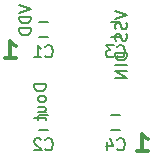
<source format=gbr>
G04 #@! TF.FileFunction,Legend,Bot*
%FSLAX46Y46*%
G04 Gerber Fmt 4.6, Leading zero omitted, Abs format (unit mm)*
G04 Created by KiCad (PCBNEW 4.0.1-stable) date 11/5/2016 5:28:01 PM*
%MOMM*%
G01*
G04 APERTURE LIST*
%ADD10C,0.100000*%
%ADD11C,0.300000*%
%ADD12C,0.150000*%
G04 APERTURE END LIST*
D10*
D11*
X139271428Y-103294571D02*
X140128571Y-103294571D01*
X139699999Y-103294571D02*
X139699999Y-101794571D01*
X139842856Y-102008857D01*
X139985714Y-102151714D01*
X140128571Y-102223143D01*
X150447428Y-111168571D02*
X151304571Y-111168571D01*
X150875999Y-111168571D02*
X150875999Y-109668571D01*
X151018856Y-109882857D01*
X151161714Y-110025714D01*
X151304571Y-110097143D01*
D12*
X142144000Y-101438000D02*
X142844000Y-101438000D01*
X142844000Y-100238000D02*
X142144000Y-100238000D01*
X142144000Y-109312000D02*
X142844000Y-109312000D01*
X142844000Y-108112000D02*
X142144000Y-108112000D01*
X148240000Y-101438000D02*
X148940000Y-101438000D01*
X148940000Y-100238000D02*
X148240000Y-100238000D01*
X148240000Y-109312000D02*
X148940000Y-109312000D01*
X148940000Y-108112000D02*
X148240000Y-108112000D01*
X142660666Y-103095143D02*
X142708285Y-103142762D01*
X142851142Y-103190381D01*
X142946380Y-103190381D01*
X143089238Y-103142762D01*
X143184476Y-103047524D01*
X143232095Y-102952286D01*
X143279714Y-102761810D01*
X143279714Y-102618952D01*
X143232095Y-102428476D01*
X143184476Y-102333238D01*
X143089238Y-102238000D01*
X142946380Y-102190381D01*
X142851142Y-102190381D01*
X142708285Y-102238000D01*
X142660666Y-102285619D01*
X141708285Y-103190381D02*
X142279714Y-103190381D01*
X141994000Y-103190381D02*
X141994000Y-102190381D01*
X142089238Y-102333238D01*
X142184476Y-102428476D01*
X142279714Y-102476095D01*
X142660666Y-110969143D02*
X142708285Y-111016762D01*
X142851142Y-111064381D01*
X142946380Y-111064381D01*
X143089238Y-111016762D01*
X143184476Y-110921524D01*
X143232095Y-110826286D01*
X143279714Y-110635810D01*
X143279714Y-110492952D01*
X143232095Y-110302476D01*
X143184476Y-110207238D01*
X143089238Y-110112000D01*
X142946380Y-110064381D01*
X142851142Y-110064381D01*
X142708285Y-110112000D01*
X142660666Y-110159619D01*
X142279714Y-110159619D02*
X142232095Y-110112000D01*
X142136857Y-110064381D01*
X141898761Y-110064381D01*
X141803523Y-110112000D01*
X141755904Y-110159619D01*
X141708285Y-110254857D01*
X141708285Y-110350095D01*
X141755904Y-110492952D01*
X142327333Y-111064381D01*
X141708285Y-111064381D01*
X148756666Y-103095143D02*
X148804285Y-103142762D01*
X148947142Y-103190381D01*
X149042380Y-103190381D01*
X149185238Y-103142762D01*
X149280476Y-103047524D01*
X149328095Y-102952286D01*
X149375714Y-102761810D01*
X149375714Y-102618952D01*
X149328095Y-102428476D01*
X149280476Y-102333238D01*
X149185238Y-102238000D01*
X149042380Y-102190381D01*
X148947142Y-102190381D01*
X148804285Y-102238000D01*
X148756666Y-102285619D01*
X148423333Y-102190381D02*
X147804285Y-102190381D01*
X148137619Y-102571333D01*
X147994761Y-102571333D01*
X147899523Y-102618952D01*
X147851904Y-102666571D01*
X147804285Y-102761810D01*
X147804285Y-102999905D01*
X147851904Y-103095143D01*
X147899523Y-103142762D01*
X147994761Y-103190381D01*
X148280476Y-103190381D01*
X148375714Y-103142762D01*
X148423333Y-103095143D01*
X148756666Y-110969143D02*
X148804285Y-111016762D01*
X148947142Y-111064381D01*
X149042380Y-111064381D01*
X149185238Y-111016762D01*
X149280476Y-110921524D01*
X149328095Y-110826286D01*
X149375714Y-110635810D01*
X149375714Y-110492952D01*
X149328095Y-110302476D01*
X149280476Y-110207238D01*
X149185238Y-110112000D01*
X149042380Y-110064381D01*
X148947142Y-110064381D01*
X148804285Y-110112000D01*
X148756666Y-110159619D01*
X147899523Y-110397714D02*
X147899523Y-111064381D01*
X148137619Y-110016762D02*
X148375714Y-110731048D01*
X147756666Y-110731048D01*
X140422381Y-98742667D02*
X141422381Y-99076000D01*
X140422381Y-99409334D01*
X141422381Y-99742667D02*
X140422381Y-99742667D01*
X140422381Y-99980762D01*
X140470000Y-100123620D01*
X140565238Y-100218858D01*
X140660476Y-100266477D01*
X140850952Y-100314096D01*
X140993810Y-100314096D01*
X141184286Y-100266477D01*
X141279524Y-100218858D01*
X141374762Y-100123620D01*
X141422381Y-99980762D01*
X141422381Y-99742667D01*
X141422381Y-100742667D02*
X140422381Y-100742667D01*
X140422381Y-100980762D01*
X140470000Y-101123620D01*
X140565238Y-101218858D01*
X140660476Y-101266477D01*
X140850952Y-101314096D01*
X140993810Y-101314096D01*
X141184286Y-101266477D01*
X141279524Y-101218858D01*
X141374762Y-101123620D01*
X141422381Y-100980762D01*
X141422381Y-100742667D01*
X142692381Y-105481619D02*
X141692381Y-105481619D01*
X141692381Y-105719714D01*
X141740000Y-105862572D01*
X141835238Y-105957810D01*
X141930476Y-106005429D01*
X142120952Y-106053048D01*
X142263810Y-106053048D01*
X142454286Y-106005429D01*
X142549524Y-105957810D01*
X142644762Y-105862572D01*
X142692381Y-105719714D01*
X142692381Y-105481619D01*
X142692381Y-106624476D02*
X142644762Y-106529238D01*
X142597143Y-106481619D01*
X142501905Y-106434000D01*
X142216190Y-106434000D01*
X142120952Y-106481619D01*
X142073333Y-106529238D01*
X142025714Y-106624476D01*
X142025714Y-106767334D01*
X142073333Y-106862572D01*
X142120952Y-106910191D01*
X142216190Y-106957810D01*
X142501905Y-106957810D01*
X142597143Y-106910191D01*
X142644762Y-106862572D01*
X142692381Y-106767334D01*
X142692381Y-106624476D01*
X142025714Y-107814953D02*
X142692381Y-107814953D01*
X142025714Y-107386381D02*
X142549524Y-107386381D01*
X142644762Y-107434000D01*
X142692381Y-107529238D01*
X142692381Y-107672096D01*
X142644762Y-107767334D01*
X142597143Y-107814953D01*
X142025714Y-108148286D02*
X142025714Y-108529238D01*
X141692381Y-108291143D02*
X142549524Y-108291143D01*
X142644762Y-108338762D01*
X142692381Y-108434000D01*
X142692381Y-108529238D01*
X148550381Y-99298286D02*
X149550381Y-99631619D01*
X148550381Y-99964953D01*
X149502762Y-100250667D02*
X149550381Y-100393524D01*
X149550381Y-100631620D01*
X149502762Y-100726858D01*
X149455143Y-100774477D01*
X149359905Y-100822096D01*
X149264667Y-100822096D01*
X149169429Y-100774477D01*
X149121810Y-100726858D01*
X149074190Y-100631620D01*
X149026571Y-100441143D01*
X148978952Y-100345905D01*
X148931333Y-100298286D01*
X148836095Y-100250667D01*
X148740857Y-100250667D01*
X148645619Y-100298286D01*
X148598000Y-100345905D01*
X148550381Y-100441143D01*
X148550381Y-100679239D01*
X148598000Y-100822096D01*
X149502762Y-101203048D02*
X149550381Y-101345905D01*
X149550381Y-101584001D01*
X149502762Y-101679239D01*
X149455143Y-101726858D01*
X149359905Y-101774477D01*
X149264667Y-101774477D01*
X149169429Y-101726858D01*
X149121810Y-101679239D01*
X149074190Y-101584001D01*
X149026571Y-101393524D01*
X148978952Y-101298286D01*
X148931333Y-101250667D01*
X148836095Y-101203048D01*
X148740857Y-101203048D01*
X148645619Y-101250667D01*
X148598000Y-101298286D01*
X148550381Y-101393524D01*
X148550381Y-101631620D01*
X148598000Y-101774477D01*
X149550381Y-102862191D02*
X148550381Y-102862191D01*
X148550381Y-103100286D01*
X148598000Y-103243144D01*
X148693238Y-103338382D01*
X148788476Y-103386001D01*
X148978952Y-103433620D01*
X149121810Y-103433620D01*
X149312286Y-103386001D01*
X149407524Y-103338382D01*
X149502762Y-103243144D01*
X149550381Y-103100286D01*
X149550381Y-102862191D01*
X149550381Y-103862191D02*
X148550381Y-103862191D01*
X149550381Y-104338381D02*
X148550381Y-104338381D01*
X149550381Y-104909810D01*
X148550381Y-104909810D01*
M02*

</source>
